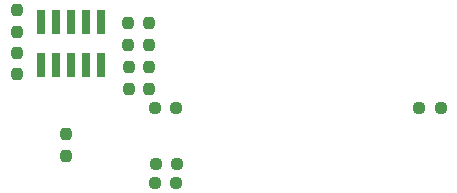
<source format=gbr>
%TF.GenerationSoftware,KiCad,Pcbnew,8.0.1-8.0.1-1~ubuntu22.04.1*%
%TF.CreationDate,2024-04-08T23:00:13-07:00*%
%TF.ProjectId,gps_interposer,6770735f-696e-4746-9572-706f7365722e,rev?*%
%TF.SameCoordinates,Original*%
%TF.FileFunction,Paste,Top*%
%TF.FilePolarity,Positive*%
%FSLAX46Y46*%
G04 Gerber Fmt 4.6, Leading zero omitted, Abs format (unit mm)*
G04 Created by KiCad (PCBNEW 8.0.1-8.0.1-1~ubuntu22.04.1) date 2024-04-08 23:00:13*
%MOMM*%
%LPD*%
G01*
G04 APERTURE LIST*
G04 Aperture macros list*
%AMRoundRect*
0 Rectangle with rounded corners*
0 $1 Rounding radius*
0 $2 $3 $4 $5 $6 $7 $8 $9 X,Y pos of 4 corners*
0 Add a 4 corners polygon primitive as box body*
4,1,4,$2,$3,$4,$5,$6,$7,$8,$9,$2,$3,0*
0 Add four circle primitives for the rounded corners*
1,1,$1+$1,$2,$3*
1,1,$1+$1,$4,$5*
1,1,$1+$1,$6,$7*
1,1,$1+$1,$8,$9*
0 Add four rect primitives between the rounded corners*
20,1,$1+$1,$2,$3,$4,$5,0*
20,1,$1+$1,$4,$5,$6,$7,0*
20,1,$1+$1,$6,$7,$8,$9,0*
20,1,$1+$1,$8,$9,$2,$3,0*%
G04 Aperture macros list end*
%ADD10RoundRect,0.237500X0.250000X0.237500X-0.250000X0.237500X-0.250000X-0.237500X0.250000X-0.237500X0*%
%ADD11RoundRect,0.237500X-0.250000X-0.237500X0.250000X-0.237500X0.250000X0.237500X-0.250000X0.237500X0*%
%ADD12RoundRect,0.237500X-0.237500X0.250000X-0.237500X-0.250000X0.237500X-0.250000X0.237500X0.250000X0*%
%ADD13RoundRect,0.237500X0.237500X-0.250000X0.237500X0.250000X-0.237500X0.250000X-0.237500X-0.250000X0*%
%ADD14R,0.750000X2.100000*%
G04 APERTURE END LIST*
D10*
%TO.C,R29*%
X183525000Y-112600000D03*
X181700000Y-112600000D03*
%TD*%
D11*
%TO.C,R32*%
X204075000Y-106300000D03*
X205900000Y-106300000D03*
%TD*%
D10*
%TO.C,R28*%
X183600000Y-111000000D03*
X181775000Y-111000000D03*
%TD*%
D12*
%TO.C,R25*%
X179400000Y-99100000D03*
X179400000Y-100925000D03*
%TD*%
D13*
%TO.C,R31*%
X170000000Y-99825000D03*
X170000000Y-98000000D03*
%TD*%
D12*
%TO.C,R22*%
X170000000Y-101600000D03*
X170000000Y-103425000D03*
%TD*%
D10*
%TO.C,R30*%
X183525000Y-106300000D03*
X181700000Y-106300000D03*
%TD*%
D12*
%TO.C,R23*%
X181200000Y-99100000D03*
X181200000Y-100925000D03*
%TD*%
%TO.C,R33*%
X174200000Y-108475000D03*
X174200000Y-110300000D03*
%TD*%
D14*
%TO.C,J1*%
X172100000Y-99010000D03*
X172100000Y-102610000D03*
X173370000Y-99010000D03*
X173370000Y-102610000D03*
X174640000Y-99010000D03*
X174640000Y-102610000D03*
X175910000Y-99010000D03*
X175910000Y-102610000D03*
X177180000Y-99010000D03*
X177180000Y-102610000D03*
%TD*%
D12*
%TO.C,R26*%
X179500000Y-102800000D03*
X179500000Y-104625000D03*
%TD*%
%TO.C,R24*%
X181200000Y-102800000D03*
X181200000Y-104625000D03*
%TD*%
M02*

</source>
